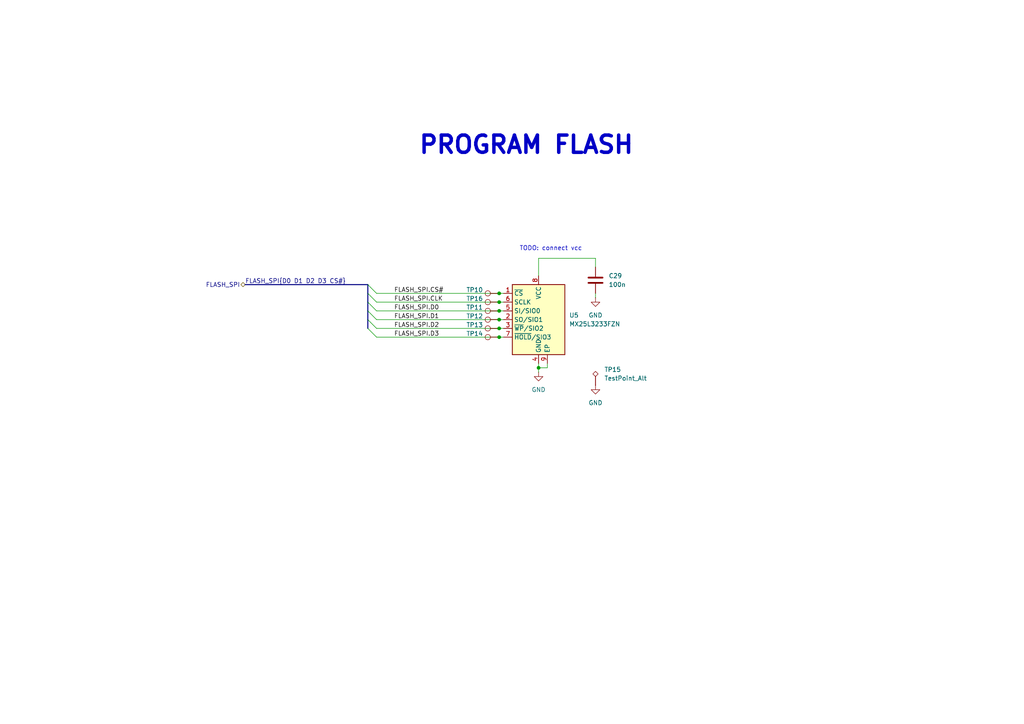
<source format=kicad_sch>
(kicad_sch (version 20231120) (generator "eeschema") (generator_version "8.0")
  (paper "A4")
  (lib_symbols
    (symbol "Connector:TestPoint" (pin_numbers hide) (pin_names (offset 0.762) hide)
      (property "Reference" "TP" (at 0 6.858 0))
      (property "Value" "TestPoint" (at 0 5.08 0))
      (symbol "TestPoint_0_1"
        (circle (center 0 3.302) (radius 0.762))
      )
      (symbol "TestPoint_1_1"
        (pin passive line (at 0 0 90) (length 2.54) (name "1") (number "1"))
      )
    )
    (symbol "Connector:TestPoint_Alt" (pin_numbers hide) (pin_names (offset 0.762) hide)
      (property "Reference" "TP" (at 0 6.858 0))
      (property "Value" "TestPoint_Alt" (at 0 5.08 0))
      (symbol "TestPoint_Alt_0_1"
        (polyline (pts (xy 0 2.54) (xy -0.762 3.302) (xy 0 4.064) (xy 0.762 3.302) (xy 0 2.54)))
      )
      (symbol "TestPoint_Alt_1_1"
        (pin passive line (at 0 0 90) (length 2.54) (name "1") (number "1"))
      )
    )
    (symbol "Device:C" (pin_numbers hide) (pin_names (offset 0.254))
      (property "Reference" "C" (at 0.635 2.54 0))
      (property "Value" "C" (at 0.635 -2.54 0))
      (symbol "C_0_1"
        (polyline (pts (xy -2.032 -0.762) (xy 2.032 -0.762)) (stroke (width 0.508)))
        (polyline (pts (xy -2.032 0.762) (xy 2.032 0.762)) (stroke (width 0.508)))
      )
      (symbol "C_1_1"
        (pin passive line (at 0 3.81 270) (length 2.794) (name "~") (number "1"))
        (pin passive line (at 0 -3.81 90) (length 2.794) (name "~") (number "2"))
      )
    )
    (symbol "Memory_Flash:MX25L3233FZN"
      (property "Reference" "U" (at -6.35 11.43 0))
      (property "Value" "MX25L3233FZN" (at 10.16 11.43 0))
      (symbol "MX25L3233FZN_0_1"
        (rectangle (start -7.62 10.16) (end 7.62 -10.16) (stroke (width 0.254)) (fill (type background)))
      )
      (symbol "MX25L3233FZN_1_1"
        (pin input line (at -10.16 7.62 0) (length 2.54) (name "~{CS}") (number "1"))
        (pin bidirectional line (at -10.16 0 0) (length 2.54) (name "SO/SIO1") (number "2"))
        (pin bidirectional line (at -10.16 -2.54 0) (length 2.54) (name "~{WP}/SIO2") (number "3"))
        (pin power_in line (at 0 -12.7 90) (length 2.54) (name "GND") (number "4"))
        (pin bidirectional line (at -10.16 2.54 0) (length 2.54) (name "SI/SIO0") (number "5"))
        (pin input line (at -10.16 5.08 0) (length 2.54) (name "SCLK") (number "6"))
        (pin bidirectional line (at -10.16 -5.08 0) (length 2.54) (name "~{HOLD}/SIO3") (number "7"))
        (pin power_in line (at 0 12.7 270) (length 2.54) (name "VCC") (number "8"))
        (pin passive line (at 2.54 -12.7 90) (length 2.54) (name "EP") (number "9"))
      )
    )
    (symbol "power:GND" (power) (pin_numbers hide) (pin_names (offset 0) hide)
      (property "Value" "GND" (at 0 -3.81 0))
      (symbol "GND_0_1"
        (polyline (pts (xy 0 0) (xy 0 -1.27) (xy 1.27 -1.27) (xy 0 -2.54) (xy -1.27 -1.27) (xy 0 -1.27)))
      )
      (symbol "GND_1_1"
        (pin power_in line (at 0 0 270) (length 0) (name "~") (number "1"))
      )
    )
  )
  (junction (at 144.78 90.17))
  (junction (at 144.78 92.71))
  (junction (at 144.78 97.79))
  (junction (at 156.21 106.68))
  (junction (at 144.78 87.63))
  (junction (at 144.78 85.09))
  (junction (at 144.78 95.25))
  (bus_entry (at 106.68 90.17) (size 2.54 2.54))
  (bus_entry (at 106.68 85.09) (size 2.54 2.54))
  (bus_entry (at 106.68 95.25) (size 2.54 2.54))
  (bus_entry (at 106.68 82.55) (size 2.54 2.54))
  (bus_entry (at 106.68 92.71) (size 2.54 2.54))
  (bus_entry (at 106.68 87.63) (size 2.54 2.54))
  (wire (pts (xy 109.22 85.09) (xy 144.78 85.09)))
  (wire (pts (xy 109.22 97.79) (xy 144.78 97.79)))
  (bus (pts (xy 106.68 85.09) (xy 106.68 87.63)))
  (wire (pts (xy 144.78 95.25) (xy 146.05 95.25)))
  (wire (pts (xy 144.78 87.63) (xy 146.05 87.63)))
  (bus (pts (xy 106.68 82.55) (xy 106.68 85.09)))
  (wire (pts (xy 144.78 92.71) (xy 146.05 92.71)))
  (wire (pts (xy 144.78 90.17) (xy 146.05 90.17)))
  (wire (pts (xy 172.72 74.93) (xy 156.21 74.93)))
  (wire (pts (xy 172.72 86.36) (xy 172.72 85.09)))
  (wire (pts (xy 156.21 74.93) (xy 156.21 80.01)))
  (wire (pts (xy 172.72 77.47) (xy 172.72 74.93)))
  (bus (pts (xy 106.68 87.63) (xy 106.68 90.17)))
  (wire (pts (xy 158.75 106.68) (xy 156.21 106.68)))
  (wire (pts (xy 109.22 87.63) (xy 144.78 87.63)))
  (wire (pts (xy 158.75 105.41) (xy 158.75 106.68)))
  (bus (pts (xy 106.68 90.17) (xy 106.68 92.71)))
  (wire (pts (xy 109.22 90.17) (xy 144.78 90.17)))
  (wire (pts (xy 156.21 105.41) (xy 156.21 106.68)))
  (bus (pts (xy 71.12 82.55) (xy 106.68 82.55)))
  (bus (pts (xy 106.68 92.71) (xy 106.68 95.25)))
  (wire (pts (xy 109.22 92.71) (xy 144.78 92.71)))
  (wire (pts (xy 144.78 85.09) (xy 146.05 85.09)))
  (wire (pts (xy 156.21 106.68) (xy 156.21 107.95)))
  (wire (pts (xy 144.78 97.79) (xy 146.05 97.79)))
  (wire (pts (xy 109.22 95.25) (xy 144.78 95.25)))
  (text "PROGRAM FLASH" (at 152.654 42.164 0) (effects (font (size 5 5) (thickness 1) (bold yes))))
  (text "TODO: connect vcc" (at 159.766 72.136 0) (effects (font (size 1.27 1.27))))
  (label "FLASH_SPI.D1" (at 114.3 92.71 0))
  (label "FLASH_SPI.D2" (at 114.3 95.25 0))
  (label "FLASH_SPI.CS#" (at 114.3 85.09 0))
  (label "FLASH_SPI{D0 D1 D2 D3 CS#}" (at 71.12 82.55 0))
  (label "FLASH_SPI.D3" (at 114.3 97.79 0))
  (label "FLASH_SPI.D0" (at 114.3 90.17 0))
  (label "FLASH_SPI.CLK" (at 114.3 87.63 0))
  (hierarchical_label "FLASH_SPI" (shape bidirectional) (at 71.12 82.55 180))
  (symbol (lib_id "Device:C") (at 172.72 81.28 0) (unit 1)
    (property "Reference" "C29" (at 176.53 80.0099 0) (effects (justify left)))
    (property "Value" "100n" (at 176.53 82.5499 0) (effects (justify left)))
    (property "Description" "Unpolarized capacitor" (effects (hide yes)))
  )
  (symbol (lib_id "power:GND") (at 156.21 107.95 0) (unit 1)
    (property "Reference" "#PWR039" (effects (hide yes)))
    (property "Value" "GND" (at 156.21 113.03 0))
    (property "Description" "Power symbol creates a global label with name \"GND\" , ground" (effects (hide yes)))
  )
  (symbol (lib_id "Connector:TestPoint") (at 144.78 92.71 90) (unit 1)
    (property "Reference" "TP12" (at 137.668 91.694 90))
    (property "Value" "TestPoint" (effects (hide yes)))
    (property "Description" "test point" (effects (hide yes)))
  )
  (symbol (lib_id "Connector:TestPoint") (at 144.78 95.25 90) (unit 1)
    (property "Reference" "TP13" (at 137.668 94.234 90))
    (property "Value" "TestPoint" (effects (hide yes)))
    (property "Description" "test point" (effects (hide yes)))
  )
  (symbol (lib_id "power:GND") (at 172.72 111.76 0) (unit 1)
    (property "Reference" "#PWR038" (effects (hide yes)))
    (property "Value" "GND" (at 172.72 116.84 0))
    (property "Description" "Power symbol creates a global label with name \"GND\" , ground" (effects (hide yes)))
  )
  (symbol (lib_id "power:GND") (at 172.72 86.36 0) (unit 1)
    (property "Reference" "#PWR037" (effects (hide yes)))
    (property "Value" "GND" (at 172.72 91.44 0))
    (property "Description" "Power symbol creates a global label with name \"GND\" , ground" (effects (hide yes)))
  )
  (symbol (lib_id "Connector:TestPoint") (at 144.78 90.17 90) (unit 1)
    (property "Reference" "TP11" (at 137.668 89.154 90))
    (property "Value" "TestPoint" (effects (hide yes)))
    (property "Description" "test point" (effects (hide yes)))
  )
  (symbol (lib_id "Connector:TestPoint") (at 144.78 85.09 90) (unit 1)
    (property "Reference" "TP10" (at 137.668 84.074 90))
    (property "Value" "TestPoint" (effects (hide yes)))
    (property "Description" "test point" (effects (hide yes)))
  )
  (symbol (lib_id "Connector:TestPoint") (at 144.78 87.63 90) (unit 1)
    (property "Reference" "TP16" (at 137.668 86.614 90))
    (property "Value" "TestPoint" (effects (hide yes)))
    (property "Description" "test point" (effects (hide yes)))
  )
  (symbol (lib_id "Connector:TestPoint") (at 144.78 97.79 90) (unit 1)
    (property "Reference" "TP14" (at 137.668 96.774 90))
    (property "Value" "TestPoint" (effects (hide yes)))
    (property "Description" "test point" (effects (hide yes)))
  )
  (symbol (lib_id "Memory_Flash:MX25L3233FZN") (at 156.21 92.71 0) (unit 1)
    (property "Reference" "U5" (at 165.1 91.4399 0) (effects (justify left)))
    (property "Value" "MX25L3233FZN" (at 165.1 93.9799 0) (effects (justify left)))
    (property "Footprint" "Package_SON:WSON-8-1EP_6x5mm_P1.27mm_EP3.4x4mm" (effects (hide yes)))
    (property "Datasheet" "https://www.macronix.com/Lists/Datasheet/Attachments/8377/MX25L3233F,%203V,%2032Mb,%20v1.1.pdf" (effects (hide yes)))
    (property "Description" "32-Mbit, 3V (2.65V-3.6V) SPI Serial Flash Memory, WSON-8" (effects (hide yes)))
  )
  (symbol (lib_id "Connector:TestPoint_Alt") (at 172.72 111.76 0) (unit 1)
    (property "Reference" "TP15" (at 175.26 107.1879 0) (effects (justify left)))
    (property "Value" "TestPoint_Alt" (at 175.26 109.7279 0) (effects (justify left)))
    (property "Description" "test point (alternative shape)" (effects (hide yes)))
  )
)
</source>
